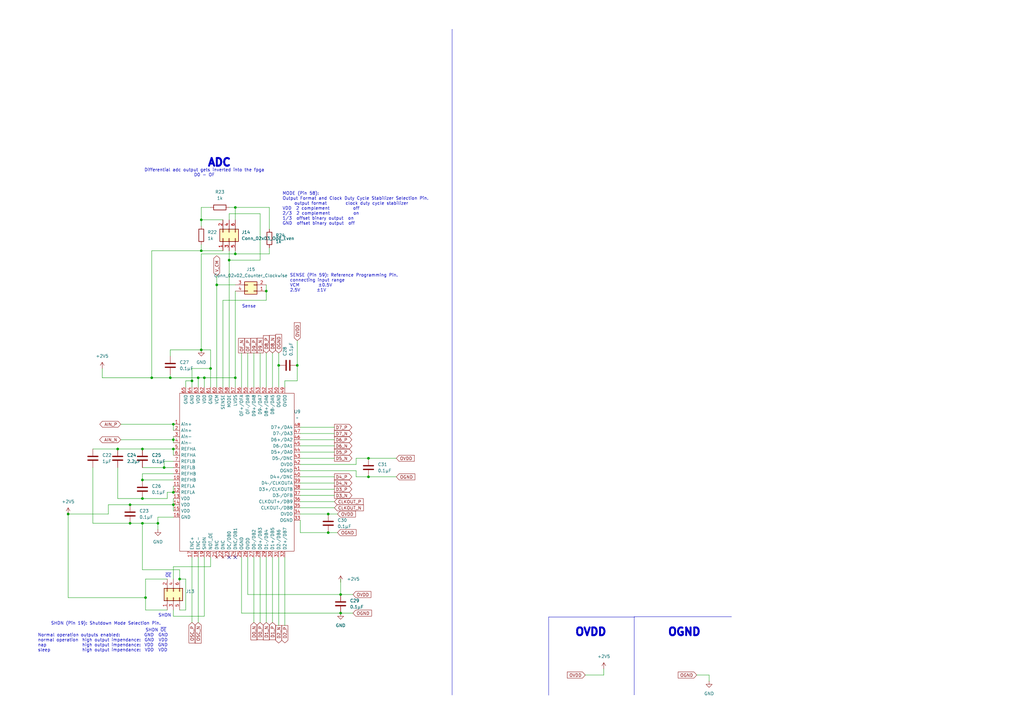
<source format=kicad_sch>
(kicad_sch (version 20250114) (generator "eeschema") (generator_version "9.0")
  (paper "A3")
  (lib_symbols
    (symbol "Connector_Generic:Conn_02x02_Counter_Clockwise" (pin_names (offset 1.016) (hide yes))
      (property "Reference" "J" (at 1.27 2.54 0))
      (property "Value" "Conn_02x02_Counter_Clockwise" (at 1.27 -5.08 0))
      (symbol "Conn_02x02_Counter_Clockwise_1_1"
        (rectangle (start -1.27 1.27) (end 3.81 -3.81) (stroke (width 0.254)) (fill (type background)))
        (rectangle (start -1.27 0.127) (end 0 -0.127) (stroke (width 0.1524)))
        (rectangle (start -1.27 -2.413) (end 0 -2.667) (stroke (width 0.1524)))
        (rectangle (start 3.81 0.127) (end 2.54 -0.127) (stroke (width 0.1524)))
        (rectangle (start 3.81 -2.413) (end 2.54 -2.667) (stroke (width 0.1524)))
        (pin passive line (at -5.08 0 0) (length 3.81) (name "Pin_1") (number "1"))
        (pin passive line (at -5.08 -2.54 0) (length 3.81) (name "Pin_2") (number "2"))
        (pin passive line (at 7.62 0 180) (length 3.81) (name "Pin_4") (number "4"))
        (pin passive line (at 7.62 -2.54 180) (length 3.81) (name "Pin_3") (number "3"))
      )
    )
    (symbol "Connector_Generic:Conn_02x03_Odd_Even" (pin_names (offset 1.016) (hide yes))
      (property "Reference" "J" (at 1.27 5.08 0))
      (property "Value" "Conn_02x03_Odd_Even" (at 1.27 -5.08 0))
      (symbol "Conn_02x03_Odd_Even_1_1"
        (rectangle (start -1.27 3.81) (end 3.81 -3.81) (stroke (width 0.254)) (fill (type background)))
        (rectangle (start -1.27 2.667) (end 0 2.413) (stroke (width 0.1524)))
        (rectangle (start -1.27 0.127) (end 0 -0.127) (stroke (width 0.1524)))
        (rectangle (start -1.27 -2.413) (end 0 -2.667) (stroke (width 0.1524)))
        (rectangle (start 3.81 2.667) (end 2.54 2.413) (stroke (width 0.1524)))
        (rectangle (start 3.81 0.127) (end 2.54 -0.127) (stroke (width 0.1524)))
        (rectangle (start 3.81 -2.413) (end 2.54 -2.667) (stroke (width 0.1524)))
        (pin passive line (at -5.08 2.54 0) (length 3.81) (name "Pin_1") (number "1"))
        (pin passive line (at -5.08 0 0) (length 3.81) (name "Pin_3") (number "3"))
        (pin passive line (at -5.08 -2.54 0) (length 3.81) (name "Pin_5") (number "5"))
        (pin passive line (at 7.62 2.54 180) (length 3.81) (name "Pin_2") (number "2"))
        (pin passive line (at 7.62 0 180) (length 3.81) (name "Pin_4") (number "4"))
        (pin passive line (at 7.62 -2.54 180) (length 3.81) (name "Pin_6") (number "6"))
      )
    )
    (symbol "Device:C" (pin_numbers (hide yes)) (pin_names (offset 0.254))
      (property "Reference" "C" (at 0.635 2.54 0))
      (property "Value" "C" (at 0.635 -2.54 0))
      (symbol "C_0_1"
        (polyline (pts (xy -2.032 0.762) (xy 2.032 0.762)) (stroke (width 0.508)))
        (polyline (pts (xy -2.032 -0.762) (xy 2.032 -0.762)) (stroke (width 0.508)))
      )
      (symbol "C_1_1"
        (pin passive line (at 0 3.81 270) (length 2.794) (name "~") (number "1"))
        (pin passive line (at 0 -3.81 90) (length 2.794) (name "~") (number "2"))
      )
    )
    (symbol "Device:R" (pin_numbers (hide yes)) (pin_names (offset 0))
      (property "Reference" "R" (at 2.032 0 90))
      (property "Value" "R" (at 0 0 90))
      (symbol "R_0_1"
        (rectangle (start -1.016 -2.54) (end 1.016 2.54) (stroke (width 0.254)))
      )
      (symbol "R_1_1"
        (pin passive line (at 0 3.81 270) (length 1.27) (name "~") (number "1"))
        (pin passive line (at 0 -3.81 90) (length 1.27) (name "~") (number "2"))
      )
    )
    (symbol "power:+2V5" (power) (pin_numbers (hide yes)) (pin_names (offset 0) (hide yes))
      (property "Value" "+2V5" (at 0 3.556 0))
      (symbol "+2V5_0_1"
        (polyline (pts (xy -0.762 1.27) (xy 0 2.54)))
        (polyline (pts (xy 0 2.54) (xy 0.762 1.27)))
        (polyline (pts (xy 0 0) (xy 0 2.54)))
      )
      (symbol "+2V5_1_1"
        (pin power_in line (at 0 0 90) (length 0) (name "~") (number "1"))
      )
    )
    (symbol "power:GND" (power) (pin_numbers (hide yes)) (pin_names (offset 0) (hide yes))
      (property "Value" "GND" (at 0 -3.81 0))
      (symbol "GND_0_1"
        (polyline (pts (xy 0 0) (xy 0 -1.27) (xy 1.27 -1.27) (xy 0 -2.54) (xy -1.27 -1.27) (xy 0 -1.27)))
      )
      (symbol "GND_1_1"
        (pin power_in line (at 0 0 270) (length 0) (name "~") (number "1"))
      )
    )
    (symbol "test:LTC2242-10"
      (property "Reference" "U" (at 16.256 -13.208 0))
      (symbol "LTC2242-10_0_1"
        (rectangle (start -7.62 19.05) (end 39.37 -45.72))
      )
      (symbol "LTC2242-10_1_1"
        (pin input line (at -10.16 6.35 0) (length 2.54) (name "Ain+") (number "1"))
        (pin input line (at -10.16 3.81 0) (length 2.54) (name "Ain+") (number "2"))
        (pin input line (at -10.16 1.27 0) (length 2.54) (name "Ain-") (number "3"))
        (pin input line (at -10.16 -1.27 0) (length 2.54) (name "Ain-") (number "4"))
        (pin input line (at -10.16 -3.81 0) (length 2.54) (name "REFHA") (number "5"))
        (pin input line (at -10.16 -6.35 0) (length 2.54) (name "REFHA") (number "6"))
        (pin input line (at -10.16 -8.89 0) (length 2.54) (name "REFLB") (number "7"))
        (pin input line (at -10.16 -11.43 0) (length 2.54) (name "REFLB") (number "8"))
        (pin input line (at -10.16 -13.97 0) (length 2.54) (name "REFHB") (number "9"))
        (pin input line (at -10.16 -16.51 0) (length 2.54) (name "REFHB") (number "10"))
        (pin input line (at -10.16 -19.05 0) (length 2.54) (name "REFLA") (number "11"))
        (pin input line (at -10.16 -21.59 0) (length 2.54) (name "REFLA") (number "12"))
        (pin input line (at -10.16 -24.13 0) (length 2.54) (name "VDD") (number "13"))
        (pin input line (at -10.16 -26.67 0) (length 2.54) (name "VDD") (number "14"))
        (pin input line (at -10.16 -29.21 0) (length 2.54) (name "VDD") (number "15"))
        (pin input line (at -10.16 -31.75 0) (length 2.54) (name "GND") (number "16"))
        (pin input line (at -5.08 21.59 270) (length 2.54) (name "GND") (number "65"))
        (pin input line (at -2.54 21.59 270) (length 2.54) (name "GND") (number "64"))
        (pin input line (at -2.54 -48.26 90) (length 2.54) (name "ENC+") (number "17"))
        (pin input line (at 0 21.59 270) (length 2.54) (name "VDD") (number "63"))
        (pin input line (at 0 -48.26 90) (length 2.54) (name "ENC-") (number "18"))
        (pin input line (at 2.54 21.59 270) (length 2.54) (name "VDD") (number "62"))
        (pin input line (at 2.54 -48.26 90) (length 2.54) (name "SHDN") (number "19"))
        (pin input line (at 5.08 21.59 270) (length 2.54) (name "GND") (number "61"))
        (pin input line (at 5.08 -48.26 90) (length 2.54) (name "NOT_OE") (number "20"))
        (pin input line (at 7.62 21.59 270) (length 2.54) (name "VCM") (number "60"))
        (pin no_connect line (at 7.62 -48.26 90) (length 2.54) (name "DNC") (number "21"))
        (pin input line (at 10.16 21.59 270) (length 2.54) (name "SENSE") (number "59"))
        (pin no_connect line (at 10.16 -48.26 90) (length 2.54) (name "DNC") (number "22"))
        (pin input line (at 12.7 21.59 270) (length 2.54) (name "MODE") (number "58"))
        (pin output line (at 12.7 -48.26 90) (length 2.54) (name "DC/DB0") (number "23"))
        (pin input line (at 15.24 21.59 270) (length 2.54) (name "LVDS") (number "57"))
        (pin output line (at 15.24 -48.26 90) (length 2.54) (name "DNC/DB1") (number "24"))
        (pin output line (at 17.78 21.59 270) (length 2.54) (name "OF+/OFA") (number "56"))
        (pin output line (at 17.78 -48.26 90) (length 2.54) (name "OGND") (number "25"))
        (pin output line (at 20.32 21.59 270) (length 2.54) (name "OF–/DA9") (number "55"))
        (pin output line (at 20.32 -48.26 90) (length 2.54) (name "OVDD") (number "26"))
        (pin output line (at 22.86 21.59 270) (length 2.54) (name "D9+/DA8") (number "54"))
        (pin output line (at 22.86 -48.26 90) (length 2.54) (name "D0–/DB2") (number "27"))
        (pin output line (at 25.4 21.59 270) (length 2.54) (name "D9–/DA7") (number "53"))
        (pin output line (at 25.4 -48.26 90) (length 2.54) (name "D0+/DB3") (number "28"))
        (pin output line (at 27.94 21.59 270) (length 2.54) (name "D8+/DA6") (number "52"))
        (pin output line (at 27.94 -48.26 90) (length 2.54) (name "D1–/DB4") (number "29"))
        (pin output line (at 30.48 21.59 270) (length 2.54) (name "D8–/DA5") (number "51"))
        (pin output line (at 30.48 -48.26 90) (length 2.54) (name "D1+/DB5") (number "30"))
        (pin output line (at 33.02 21.59 270) (length 2.54) (name "OGND") (number "50"))
        (pin output line (at 33.02 -48.26 90) (length 2.54) (name "D2–/DB6") (number "31"))
        (pin output line (at 35.56 21.59 270) (length 2.54) (name "OVDD") (number "49"))
        (pin output line (at 35.56 -48.26 90) (length 2.54) (name "D2+/DB7") (number "32"))
        (pin output line (at 41.91 5.08 180) (length 2.54) (name "D7+/DA4") (number "48"))
        (pin output line (at 41.91 2.54 180) (length 2.54) (name "D7–/DA3") (number "47"))
        (pin output line (at 41.91 0 180) (length 2.54) (name "D6+/DA2") (number "46"))
        (pin output line (at 41.91 -2.54 180) (length 2.54) (name "D6–/DA1") (number "45"))
        (pin output line (at 41.91 -5.08 180) (length 2.54) (name "D5+/DA0") (number "44"))
        (pin output line (at 41.91 -7.62 180) (length 2.54) (name "D5–/DNC") (number "43"))
        (pin output line (at 41.91 -10.16 180) (length 2.54) (name "OVDD") (number "42"))
        (pin output line (at 41.91 -12.7 180) (length 2.54) (name "OGND") (number "41"))
        (pin output line (at 41.91 -15.24 180) (length 2.54) (name "D4+/DNC") (number "40"))
        (pin output line (at 41.91 -17.78 180) (length 2.54) (name "D4–/CLKOUTA") (number "39"))
        (pin output line (at 41.91 -20.32 180) (length 2.54) (name "D3+/CLKOUTB") (number "38"))
        (pin output line (at 41.91 -22.86 180) (length 2.54) (name "D3–/OFB") (number "37"))
        (pin output line (at 41.91 -25.4 180) (length 2.54) (name "CLKOUT+/DB9") (number "36"))
        (pin output line (at 41.91 -27.94 180) (length 2.54) (name "CLKOUT–/DB8") (number "35"))
        (pin output line (at 41.91 -30.48 180) (length 2.54) (name "OVDD") (number "34"))
        (pin output line (at 41.91 -33.02 180) (length 2.54) (name "OGND") (number "33"))
      )
    )
  )
  (text "OGND" (at 280.67 259.334 0) (effects (font (size 3.175 3.175) (thickness 1.27) (bold yes))))
  (text "OVDD" (at 242.316 259.334 0) (effects (font (size 3.175 3.175) (thickness 1.27) (bold yes))))
  (text "ADC " (at 91.186 66.802 0) (effects (font (size 3.175 3.175) (thickness 1.27) (bold yes))))
  (text "MODE (Pin 58): \nOutput Format and Clock Duty Cycle Stabilizer Selection Pin. \n     output format        clock duty cycle stabilizer\nVDD  2 complement          off\n2/3  2 complement          on\n1/3  offset binary output  on\nGND  offset binary output  off\n" (at 115.824 85.598 0) (effects (font (size 1.27 1.27)) (justify left)))
  (text "SENSE (Pin 59): Reference Programming Pin.\nconnecting input range\nVCM        ±0.5V\n2.5V       ±1V" (at 118.872 116.078 0) (effects (font (size 1.27 1.27)) (justify left)))
  (text "~{OE}" (at 69.088 236.22 0) (effects (font (size 1.27 1.27))))
  (text "Sense" (at 102.108 125.73 0) (effects (font (size 1.27 1.27))))
  (text "outputs enabled:	\nhigh output impendance:\nhigh output impendance:\nhigh output impendance:\n" (at 45.72 263.652 0) (effects (font (size 1.27 1.27))))
  (text "SHDN" (at 67.564 252.476 0) (effects (font (size 1.27 1.27))))
  (text "Differential adc output gets inverted into the fpga\nD0 - OF" (at 83.82 70.866 0) (effects (font (size 1.27 1.27))))
  (text "SHDN ~{OE}\nGND  GND\nGND  VDD\nVDD  GND\nVDD  VDD" (at 64.008 262.636 0) (effects (font (size 1.27 1.27))))
  (text "Normal operation \nnormal operation \nnap              \nsleep		 \n" (at 15.494 263.652 0) (effects (font (size 1.27 1.27)) (justify left)))
  (text "SHDN (Pin 19): Shutdown Mode Selection Pin." (at 43.434 255.778 0) (effects (font (size 1.27 1.27))))
  (junction (at 71.12 201.93))
  (junction (at 58.42 184.15))
  (junction (at 71.12 184.15))
  (junction (at 73.66 237.49))
  (junction (at 96.52 85.09))
  (junction (at 64.77 214.63))
  (junction (at 114.3 149.86))
  (junction (at 71.12 180.34))
  (junction (at 58.42 204.47))
  (junction (at 53.34 214.63))
  (junction (at 151.13 195.58))
  (junction (at 78.74 156.21))
  (junction (at 71.12 207.01))
  (junction (at 62.23 154.94))
  (junction (at 27.94 210.82))
  (junction (at 58.42 214.63))
  (junction (at 134.62 218.44))
  (junction (at 69.85 154.94))
  (junction (at 109.22 119.38))
  (junction (at 134.62 210.82))
  (junction (at 53.34 207.01))
  (junction (at 83.82 154.94))
  (junction (at 82.55 143.51))
  (junction (at 82.55 90.17))
  (junction (at 58.42 196.85))
  (junction (at 48.26 184.15))
  (junction (at 86.36 151.13))
  (junction (at 121.92 149.86))
  (junction (at 59.69 245.11))
  (junction (at 139.7 243.84))
  (junction (at 151.13 187.96))
  (junction (at 93.98 106.68))
  (junction (at 139.7 251.46))
  (junction (at 81.28 154.94))
  (junction (at 96.52 154.94))
  (junction (at 88.9 116.84))
  (junction (at 71.12 173.99))
  (junction (at 67.31 191.77))
  (junction (at 96.52 104.14))
  (junction (at 82.55 102.87))
  (no_connect (at 96.52 228.6))
  (no_connect (at 93.98 228.6))
  (wire (pts (xy 106.68 87.63) (xy 106.68 106.68)))
  (wire (pts (xy 96.52 104.14) (xy 110.49 104.14)))
  (wire (pts (xy 71.12 207.01) (xy 71.12 209.55)))
  (wire (pts (xy 48.26 204.47) (xy 48.26 191.77)))
  (wire (pts (xy 76.2 156.21) (xy 78.74 156.21)))
  (wire (pts (xy 64.77 214.63) (xy 64.77 217.17)))
  (wire (pts (xy 123.19 187.96) (xy 137.16 187.96)))
  (wire (pts (xy 86.36 151.13) (xy 86.36 158.75)))
  (wire (pts (xy 82.55 90.17) (xy 82.55 85.09)))
  (wire (pts (xy 151.13 187.96) (xy 162.56 187.96)))
  (wire (pts (xy 93.98 106.68) (xy 93.98 158.75)))
  (wire (pts (xy 96.52 85.09) (xy 110.49 85.09)))
  (polyline (pts (xy 260.0718 284.9773) (xy 260.0945 284.9773)))
  (wire (pts (xy 53.34 214.63) (xy 38.1 214.63)))
  (wire (pts (xy 123.19 177.8) (xy 137.16 177.8)))
  (wire (pts (xy 73.66 250.19) (xy 76.2 250.19)))
  (wire (pts (xy 82.55 90.17) (xy 91.44 90.17)))
  (wire (pts (xy 240.03 276.86) (xy 247.65 276.86)))
  (wire (pts (xy 76.2 250.19) (xy 76.2 237.49)))
  (wire (pts (xy 109.22 116.84) (xy 109.22 119.38)))
  (wire (pts (xy 91.44 158.75) (xy 91.44 123.19)))
  (wire (pts (xy 88.9 116.84) (xy 96.52 116.84)))
  (wire (pts (xy 99.06 251.46) (xy 139.7 251.46)))
  (wire (pts (xy 71.12 199.39) (xy 71.12 201.93)))
  (wire (pts (xy 83.82 154.94) (xy 96.52 154.94)))
  (wire (pts (xy 123.19 198.12) (xy 137.16 198.12)))
  (wire (pts (xy 101.6 243.84) (xy 139.7 243.84)))
  (wire (pts (xy 101.6 144.78) (xy 101.6 158.75)))
  (wire (pts (xy 82.55 100.33) (xy 82.55 102.87)))
  (wire (pts (xy 109.22 228.6) (xy 109.22 255.27)))
  (wire (pts (xy 88.9 116.84) (xy 88.9 158.75)))
  (wire (pts (xy 123.19 175.26) (xy 137.16 175.26)))
  (wire (pts (xy 123.19 200.66) (xy 137.16 200.66)))
  (wire (pts (xy 116.84 156.21) (xy 116.84 158.75)))
  (wire (pts (xy 290.83 279.4) (xy 290.83 276.86)))
  (wire (pts (xy 71.12 186.69) (xy 71.12 184.15)))
  (wire (pts (xy 78.74 158.75) (xy 78.74 156.21)))
  (wire (pts (xy 96.52 85.09) (xy 96.52 90.17)))
  (wire (pts (xy 41.91 151.13) (xy 41.91 154.94)))
  (wire (pts (xy 44.45 207.01) (xy 44.45 210.82)))
  (wire (pts (xy 121.92 139.7) (xy 121.92 149.86)))
  (wire (pts (xy 123.19 185.42) (xy 137.16 185.42)))
  (wire (pts (xy 139.7 251.46) (xy 144.78 251.46)))
  (wire (pts (xy 59.69 250.19) (xy 59.69 245.11)))
  (wire (pts (xy 91.44 123.19) (xy 109.22 123.19)))
  (wire (pts (xy 82.55 143.51) (xy 86.36 143.51)))
  (wire (pts (xy 83.82 228.6) (xy 83.82 252.73)))
  (wire (pts (xy 44.45 207.01) (xy 53.34 207.01)))
  (wire (pts (xy 68.58 237.49) (xy 59.69 237.49)))
  (wire (pts (xy 86.36 232.41) (xy 86.36 228.6)))
  (wire (pts (xy 71.12 232.41) (xy 86.36 232.41)))
  (wire (pts (xy 93.98 87.63) (xy 106.68 87.63)))
  (wire (pts (xy 71.12 189.23) (xy 67.31 189.23)))
  (wire (pts (xy 93.98 85.09) (xy 96.52 85.09)))
  (wire (pts (xy 68.58 250.19) (xy 59.69 250.19)))
  (wire (pts (xy 134.62 218.44) (xy 138.43 218.44)))
  (wire (pts (xy 104.14 144.78) (xy 104.14 158.75)))
  (wire (pts (xy 27.94 210.82) (xy 44.45 210.82)))
  (wire (pts (xy 123.19 208.28) (xy 137.16 208.28)))
  (wire (pts (xy 71.12 194.31) (xy 58.42 194.31)))
  (wire (pts (xy 110.49 104.14) (xy 110.49 101.6)))
  (wire (pts (xy 69.85 146.05) (xy 69.85 143.51)))
  (wire (pts (xy 146.05 193.04) (xy 146.05 195.58)))
  (wire (pts (xy 68.58 201.93) (xy 68.58 204.47)))
  (wire (pts (xy 99.06 228.6) (xy 99.06 251.46)))
  (polyline (pts (xy 300.0389 252.9691) (xy 260.0945 252.9691)))
  (wire (pts (xy 64.77 212.09) (xy 64.77 214.63)))
  (wire (pts (xy 123.19 195.58) (xy 137.16 195.58)))
  (wire (pts (xy 83.82 154.94) (xy 81.28 154.94)))
  (wire (pts (xy 114.3 144.78) (xy 114.3 149.86)))
  (polyline (pts (xy 260.2805 253.0723) (xy 225.0111 253.0723)))
  (wire (pts (xy 82.55 102.87) (xy 62.23 102.87)))
  (wire (pts (xy 58.42 184.15) (xy 71.12 184.15)))
  (wire (pts (xy 58.42 214.63) (xy 58.42 233.68)))
  (wire (pts (xy 82.55 92.71) (xy 82.55 90.17)))
  (wire (pts (xy 81.28 158.75) (xy 81.28 154.94)))
  (wire (pts (xy 109.22 123.19) (xy 109.22 119.38)))
  (wire (pts (xy 62.23 102.87) (xy 62.23 154.94)))
  (wire (pts (xy 116.84 228.6) (xy 116.84 256.54)))
  (wire (pts (xy 38.1 214.63) (xy 38.1 191.77)))
  (wire (pts (xy 144.78 243.84) (xy 139.7 243.84)))
  (wire (pts (xy 69.85 143.51) (xy 82.55 143.51)))
  (wire (pts (xy 27.94 210.82) (xy 27.94 245.11)))
  (wire (pts (xy 58.42 191.77) (xy 67.31 191.77)))
  (wire (pts (xy 78.74 228.6) (xy 78.74 255.27)))
  (wire (pts (xy 83.82 252.73) (xy 71.12 252.73)))
  (wire (pts (xy 49.53 173.99) (xy 71.12 173.99)))
  (wire (pts (xy 38.1 184.15) (xy 48.26 184.15)))
  (wire (pts (xy 123.19 182.88) (xy 137.16 182.88)))
  (polyline (pts (xy 225.0111 253.0723) (xy 225.0111 285.1405)))
  (wire (pts (xy 67.31 189.23) (xy 67.31 191.77)))
  (wire (pts (xy 146.05 190.5) (xy 146.05 187.96)))
  (wire (pts (xy 81.28 228.6) (xy 81.28 255.27)))
  (wire (pts (xy 71.12 179.07) (xy 71.12 180.34)))
  (wire (pts (xy 71.12 180.34) (xy 71.12 181.61)))
  (wire (pts (xy 73.66 237.49) (xy 73.66 233.68)))
  (wire (pts (xy 49.53 180.34) (xy 71.12 180.34)))
  (wire (pts (xy 91.44 102.87) (xy 82.55 102.87)))
  (wire (pts (xy 146.05 195.58) (xy 151.13 195.58)))
  (wire (pts (xy 64.77 214.63) (xy 58.42 214.63)))
  (wire (pts (xy 110.49 85.09) (xy 110.49 93.98)))
  (wire (pts (xy 76.2 237.49) (xy 73.66 237.49)))
  (wire (pts (xy 71.12 204.47) (xy 71.12 207.01)))
  (wire (pts (xy 59.69 245.11) (xy 27.94 245.11)))
  (wire (pts (xy 78.74 156.21) (xy 78.74 151.13)))
  (wire (pts (xy 71.12 212.09) (xy 64.77 212.09)))
  (wire (pts (xy 290.83 276.86) (xy 285.75 276.86)))
  (wire (pts (xy 106.68 106.68) (xy 93.98 106.68)))
  (wire (pts (xy 146.05 187.96) (xy 151.13 187.96)))
  (polyline (pts (xy 185.42 12.0859) (xy 185.42 285.0567)))
  (wire (pts (xy 81.28 154.94) (xy 69.85 154.94)))
  (wire (pts (xy 71.12 207.01) (xy 53.34 207.01)))
  (wire (pts (xy 96.52 102.87) (xy 96.52 104.14)))
  (wire (pts (xy 93.98 90.17) (xy 93.98 87.63)))
  (polyline (pts (xy 260.0945 252.9691) (xy 260.0945 284.9773)))
  (wire (pts (xy 73.66 233.68) (xy 58.42 233.68)))
  (wire (pts (xy 58.42 196.85) (xy 71.12 196.85)))
  (wire (pts (xy 139.7 237.49) (xy 139.7 243.84)))
  (wire (pts (xy 76.2 158.75) (xy 76.2 156.21)))
  (wire (pts (xy 101.6 243.84) (xy 101.6 228.6)))
  (wire (pts (xy 86.36 143.51) (xy 86.36 151.13)))
  (wire (pts (xy 123.19 203.2) (xy 137.16 203.2)))
  (wire (pts (xy 82.55 85.09) (xy 86.36 85.09)))
  (wire (pts (xy 69.85 153.67) (xy 69.85 154.94)))
  (wire (pts (xy 71.12 252.73) (xy 71.12 250.19)))
  (wire (pts (xy 109.22 144.78) (xy 109.22 158.75)))
  (wire (pts (xy 68.58 204.47) (xy 58.42 204.47)))
  (wire (pts (xy 104.14 228.6) (xy 104.14 255.27)))
  (wire (pts (xy 247.65 274.32) (xy 247.65 276.86)))
  (wire (pts (xy 96.52 154.94) (xy 96.52 158.75)))
  (wire (pts (xy 48.26 184.15) (xy 58.42 184.15)))
  (wire (pts (xy 99.06 144.78) (xy 99.06 158.75)))
  (wire (pts (xy 123.19 180.34) (xy 137.16 180.34)))
  (wire (pts (xy 59.69 237.49) (xy 59.69 245.11)))
  (wire (pts (xy 67.31 191.77) (xy 71.12 191.77)))
  (wire (pts (xy 71.12 237.49) (xy 71.12 232.41)))
  (wire (pts (xy 134.62 210.82) (xy 138.43 210.82)))
  (wire (pts (xy 83.82 158.75) (xy 83.82 154.94)))
  (wire (pts (xy 106.68 144.78) (xy 106.68 158.75)))
  (wire (pts (xy 69.85 154.94) (xy 62.23 154.94)))
  (wire (pts (xy 121.92 149.86) (xy 121.92 156.21)))
  (wire (pts (xy 71.12 173.99) (xy 71.12 176.53)))
  (wire (pts (xy 114.3 149.86) (xy 114.3 158.75)))
  (wire (pts (xy 114.3 228.6) (xy 114.3 256.54)))
  (wire (pts (xy 58.42 214.63) (xy 53.34 214.63)))
  (wire (pts (xy 58.42 204.47) (xy 48.26 204.47)))
  (wire (pts (xy 58.42 194.31) (xy 58.42 196.85)))
  (wire (pts (xy 111.76 144.78) (xy 111.76 158.75)))
  (wire (pts (xy 121.92 156.21) (xy 116.84 156.21)))
  (wire (pts (xy 71.12 201.93) (xy 68.58 201.93)))
  (wire (pts (xy 123.19 205.74) (xy 137.16 205.74)))
  (wire (pts (xy 96.52 119.38) (xy 96.52 154.94)))
  (wire (pts (xy 88.9 113.03) (xy 88.9 116.84)))
  (wire (pts (xy 82.55 104.14) (xy 82.55 143.51)))
  (wire (pts (xy 123.19 218.44) (xy 134.62 218.44)))
  (wire (pts (xy 41.91 154.94) (xy 62.23 154.94)))
  (wire (pts (xy 78.74 151.13) (xy 86.36 151.13)))
  (polyline (pts (xy 185.42 12.0859) (xy 185.4992 12.0859)))
  (wire (pts (xy 151.13 195.58) (xy 162.56 195.58)))
  (wire (pts (xy 123.19 190.5) (xy 146.05 190.5)))
  (wire (pts (xy 111.76 228.6) (xy 111.76 255.27)))
  (wire (pts (xy 123.19 193.04) (xy 146.05 193.04)))
  (wire (pts (xy 123.19 213.36) (xy 123.19 218.44)))
  (wire (pts (xy 93.98 102.87) (xy 93.98 106.68)))
  (wire (pts (xy 123.19 210.82) (xy 134.62 210.82)))
  (wire (pts (xy 106.68 228.6) (xy 106.68 255.27)))
  (wire (pts (xy 96.52 104.14) (xy 82.55 104.14)))
  (global_label "D5_N" (shape output) (at 137.16 187.96 0) (property "Intersheetrefs" "${INTERSHEET_REFS}" (effects (hide yes))))
  (global_label "D3_P" (shape output) (at 137.16 200.66 0) (property "Intersheetrefs" "${INTERSHEET_REFS}" (effects (hide yes))))
  (global_label "D4_P" (shape output) (at 137.16 195.58 0) (property "Intersheetrefs" "${INTERSHEET_REFS}" (effects (hide yes))))
  (global_label "D0_P" (shape input) (at 106.68 255.27 270) (property "Intersheetrefs" "${INTERSHEET_REFS}" (effects (hide yes))))
  (global_label "CLKOUT_N" (shape input) (at 137.16 208.28 0) (property "Intersheetrefs" "${INTERSHEET_REFS}" (effects (hide yes))))
  (global_label "D6_P" (shape output) (at 137.16 180.34 0) (property "Intersheetrefs" "${INTERSHEET_REFS}" (effects (hide yes))))
  (global_label "D6_N" (shape output) (at 137.16 182.88 0) (property "Intersheetrefs" "${INTERSHEET_REFS}" (effects (hide yes))))
  (global_label "D7_N" (shape output) (at 137.16 177.8 0) (property "Intersheetrefs" "${INTERSHEET_REFS}" (effects (hide yes))))
  (global_label "AIN_P" (shape bidirectional) (at 49.53 173.99 180) (effects (font (size 1.2446 1.2446))) (property "Intersheetrefs" "${INTERSHEET_REFS}" (effects (hide yes))))
  (global_label "OVDD" (shape input) (at 121.92 139.7 90) (property "Intersheetrefs" "${INTERSHEET_REFS}" (effects (hide yes))))
  (global_label "AIN_N" (shape bidirectional) (at 49.53 180.34 180) (effects (font (size 1.2446 1.2446))) (property "Intersheetrefs" "${INTERSHEET_REFS}" (effects (hide yes))))
  (global_label "OF_P" (shape passive) (at 101.6 144.78 90) (property "Intersheetrefs" "${INTERSHEET_REFS}" (effects (hide yes))))
  (global_label "D1_P" (shape input) (at 111.76 255.27 270) (property "Intersheetrefs" "${INTERSHEET_REFS}" (effects (hide yes))))
  (global_label "D2_P" (shape output) (at 116.84 256.54 270) (property "Intersheetrefs" "${INTERSHEET_REFS}" (effects (hide yes))))
  (global_label "D4_N" (shape output) (at 137.16 198.12 0) (property "Intersheetrefs" "${INTERSHEET_REFS}" (effects (hide yes))))
  (global_label "CLKOUT_P" (shape input) (at 137.16 205.74 0) (property "Intersheetrefs" "${INTERSHEET_REFS}" (effects (hide yes))))
  (global_label "D9_N" (shape passive) (at 106.68 144.78 90) (property "Intersheetrefs" "${INTERSHEET_REFS}" (effects (hide yes))))
  (global_label "OF_N" (shape passive) (at 99.06 144.78 90) (property "Intersheetrefs" "${INTERSHEET_REFS}" (effects (hide yes))))
  (global_label "D3_N" (shape output) (at 137.16 203.2 0) (property "Intersheetrefs" "${INTERSHEET_REFS}" (effects (hide yes))))
  (global_label "D2_N" (shape output) (at 114.3 256.54 270) (property "Intersheetrefs" "${INTERSHEET_REFS}" (effects (hide yes))))
  (global_label "OGND" (shape input) (at 162.56 195.58 0) (property "Intersheetrefs" "${INTERSHEET_REFS}" (effects (hide yes))))
  (global_label "D7_P" (shape output) (at 137.16 175.26 0) (property "Intersheetrefs" "${INTERSHEET_REFS}" (effects (hide yes))))
  (global_label "D5_P" (shape output) (at 137.16 185.42 0) (property "Intersheetrefs" "${INTERSHEET_REFS}" (effects (hide yes))))
  (global_label "D1_N" (shape input) (at 109.22 255.27 270) (property "Intersheetrefs" "${INTERSHEET_REFS}" (effects (hide yes))))
  (global_label "OGND" (shape input) (at 285.75 276.86 180) (property "Intersheetrefs" "${INTERSHEET_REFS}" (effects (hide yes))))
  (global_label "OSC_N" (shape input) (at 81.28 255.27 270) (property "Intersheetrefs" "${INTERSHEET_REFS}" (effects (hide yes))))
  (global_label "D9_P" (shape passive) (at 104.14 144.78 90) (property "Intersheetrefs" "${INTERSHEET_REFS}" (effects (hide yes))))
  (global_label "OVDD" (shape input) (at 162.56 187.96 0) (property "Intersheetrefs" "${INTERSHEET_REFS}" (effects (hide yes))))
  (global_label "OGND" (shape input) (at 138.43 218.44 0) (property "Intersheetrefs" "${INTERSHEET_REFS}" (effects (hide yes))))
  (global_label "OGND" (shape input) (at 114.3 144.78 90) (property "Intersheetrefs" "${INTERSHEET_REFS}" (effects (hide yes))))
  (global_label "D0_N" (shape input) (at 104.14 255.27 270) (property "Intersheetrefs" "${INTERSHEET_REFS}" (effects (hide yes))))
  (global_label "OVDD" (shape input) (at 138.43 210.82 0) (property "Intersheetrefs" "${INTERSHEET_REFS}" (effects (hide yes))))
  (global_label "OSC_P" (shape input) (at 78.74 255.27 270) (property "Intersheetrefs" "${INTERSHEET_REFS}" (effects (hide yes))))
  (global_label "OGND" (shape input) (at 144.78 251.46 0) (property "Intersheetrefs" "${INTERSHEET_REFS}" (effects (hide yes))))
  (global_label "V_CM" (shape bidirectional) (at 88.9 113.03 90) (effects (font (size 1.2446 1.2446))) (property "Intersheetrefs" "${INTERSHEET_REFS}" (effects (hide yes))))
  (global_label "OVDD" (shape input) (at 240.03 276.86 180) (property "Intersheetrefs" "${INTERSHEET_REFS}" (effects (hide yes))))
  (global_label "D8_N" (shape input) (at 111.76 144.78 90) (property "Intersheetrefs" "${INTERSHEET_REFS}" (effects (hide yes))))
  (global_label "D8_P" (shape input) (at 109.22 144.78 90) (property "Intersheetrefs" "${INTERSHEET_REFS}" (effects (hide yes))))
  (global_label "OVDD" (shape input) (at 144.78 243.84 0) (property "Intersheetrefs" "${INTERSHEET_REFS}" (effects (hide yes))))
  (symbol (lib_id "power:+2V5") (at 41.91 151.13 0) (unit 1)
    (property "Reference" "#PWR0104" (effects (hide yes)))
    (property "Value" "+2V5" (at 41.91 146.05 0))
    (property "Description" "Power symbol creates a global label with name \"+2V5\"" (effects (hide yes)))
  )
  (symbol (lib_id "Device:R") (at 90.17 85.09 90) (unit 1)
    (property "Reference" "R23" (at 90.17 78.74 90))
    (property "Value" "1k" (at 90.17 81.28 90))
    (property "Footprint" "Resistor_SMD:R_0603_1608Metric" (effects (hide yes)))
    (property "Description" "Resistor" (effects (hide yes)))
  )
  (symbol (lib_id "power:GND") (at 64.77 217.17 0) (unit 1)
    (property "Reference" "#PWR0105" (effects (hide yes)))
    (property "Value" "GND" (at 64.77 222.25 0))
    (property "Description" "Power symbol creates a global label with name \"GND\" , ground" (effects (hide yes)))
  )
  (symbol (lib_id "Device:C") (at 48.26 187.96 0) (unit 1)
    (property "Reference" "C24" (at 52.07 186.6899 0) (effects (justify left)))
    (property "Value" "2.2μF" (at 52.07 189.2299 0) (effects (justify left)))
    (property "Footprint" "Capacitor_SMD:C_0603_1608Metric" (effects (hide yes)))
    (property "Description" "Unpolarized capacitor" (effects (hide yes)))
  )
  (symbol (lib_id "power:+2V5") (at 27.94 210.82 0) (unit 1)
    (property "Reference" "#PWR0103" (effects (hide yes)))
    (property "Value" "+2V5" (at 27.94 205.74 0))
    (property "Description" "Power symbol creates a global label with name \"+2V5\"" (effects (hide yes)))
  )
  (symbol (lib_id "test:LTC2242-10") (at 81.28 180.34 0) (unit 1)
    (property "Reference" "U9" (at 121.92 168.8398 0))
    (property "Value" "~" (at 121.92 171.3798 0))
    (property "Footprint" "Package_DFN_QFN:QFN-64-1EP_9x9mm_P0.5mm_EP7.15x7.15mm" (effects (hide yes)))
  )
  (symbol (lib_id "Device:C") (at 118.11 149.86 90) (unit 1)
    (property "Reference" "C28" (at 116.8399 146.05 0) (effects (justify left)))
    (property "Value" "0.1μF" (at 119.3799 146.05 0) (effects (justify left)))
    (property "Footprint" "Capacitor_SMD:C_0603_1608Metric" (effects (hide yes)))
    (property "Description" "Unpolarized capacitor" (effects (hide yes)))
  )
  (symbol (lib_id "Connector_Generic:Conn_02x02_Counter_Clockwise") (at 104.14 119.38 180) (unit 1)
    (property "Reference" "J15" (at 102.87 110.49 0))
    (property "Value" "Conn_02x02_Counter_Clockwise" (at 102.87 113.03 0))
    (property "Footprint" "Connector_PinHeader_2.54mm:PinHeader_2x02_P2.54mm_Vertical_SMD" (effects (hide yes)))
    (property "Description" "Generic connector, double row, 02x02, counter clockwise pin numbering scheme (similar to DIP package numbering), script generated (kicad-library-utils/schlib/autogen/connector/)" (effects (hide yes)))
  )
  (symbol (lib_id "Connector_Generic:Conn_02x03_Odd_Even") (at 71.12 245.11 90) (unit 1)
    (property "Reference" "J13" (at 76.2 242.5699 90) (effects (justify right)))
    (property "Value" "Conn_02x03_Odd_Even" (effects (hide yes)))
    (property "Footprint" "Connector_PinHeader_2.54mm:PinHeader_2x03_P2.54mm_Vertical_SMD" (effects (hide yes)))
    (property "Description" "Generic connector, double row, 02x03, odd/even pin numbering scheme (row 1 odd numbers, row 2 even numbers), script generated (kicad-library-utils/schlib/autogen/connector/)" (effects (hide yes)))
  )
  (symbol (lib_id "Device:C") (at 151.13 191.77 0) (unit 1)
    (property "Reference" "C31" (at 154.94 190.4999 0) (effects (justify left)))
    (property "Value" "0.1μF" (at 154.94 193.0399 0) (effects (justify left)))
    (property "Footprint" "Capacitor_SMD:C_0603_1608Metric" (effects (hide yes)))
    (property "Description" "Unpolarized capacitor" (effects (hide yes)))
  )
  (symbol (lib_id "Device:C") (at 69.85 149.86 0) (unit 1)
    (property "Reference" "C27" (at 73.66 148.5899 0) (effects (justify left)))
    (property "Value" "0.1μF" (at 73.66 151.1299 0) (effects (justify left)))
    (property "Footprint" "Capacitor_SMD:C_0603_1608Metric" (effects (hide yes)))
    (property "Description" "Unpolarized capacitor" (effects (hide yes)))
  )
  (symbol (lib_id "Device:C") (at 58.42 200.66 0) (unit 1)
    (property "Reference" "C26" (at 62.23 199.3899 0) (effects (justify left)))
    (property "Value" "0.1μF" (at 62.23 201.9299 0) (effects (justify left)))
    (property "Footprint" "Capacitor_SMD:C_0603_1608Metric" (effects (hide yes)))
    (property "Description" "Unpolarized capacitor" (effects (hide yes)))
  )
  (symbol (lib_id "power:+2V5") (at 139.7 238.76 0) (unit 1)
    (property "Reference" "#PWR0107" (effects (hide yes)))
    (property "Value" "+2V5" (at 142.24 237.4899 0) (effects (justify left)))
    (property "Description" "Power symbol creates a global label with name \"+2V5\"" (effects (hide yes)))
  )
  (symbol (lib_id "power:+2V5") (at 247.65 274.32 0) (unit 1)
    (property "Reference" "#PWR0108" (effects (hide yes)))
    (property "Value" "+2V5" (at 247.65 269.24 0))
    (property "Description" "Power symbol creates a global label with name \"+2V5\"" (effects (hide yes)))
  )
  (symbol (lib_id "Device:R") (at 110.49 97.79 180) (unit 1)
    (property "Reference" "R24" (at 113.03 96.5199 0) (effects (justify right)))
    (property "Value" "1k" (at 113.03 99.0599 0) (effects (justify right)))
    (property "Footprint" "Resistor_SMD:R_0603_1608Metric" (effects (hide yes)))
    (property "Description" "Resistor" (effects (hide yes)))
  )
  (symbol (lib_id "power:GND") (at 82.55 143.51 0) (unit 1)
    (property "Reference" "#PWR0106" (effects (hide yes)))
    (property "Value" "GND" (at 82.55 148.59 0))
    (property "Description" "Power symbol creates a global label with name \"GND\" , ground" (effects (hide yes)))
  )
  (symbol (lib_id "Device:C") (at 139.7 247.65 180) (unit 1)
    (property "Reference" "C29" (at 143.51 246.3799 0) (effects (justify right)))
    (property "Value" "0.1μF" (at 143.51 248.9199 0) (effects (justify right)))
    (property "Footprint" "Capacitor_SMD:C_0603_1608Metric" (effects (hide yes)))
    (property "Description" "Unpolarized capacitor" (effects (hide yes)))
  )
  (symbol (lib_id "Device:C") (at 38.1 187.96 0) (unit 1)
    (property "Reference" "C22" (at 41.91 186.6899 0) (effects (justify left)))
    (property "Value" "1μF" (at 41.91 189.2299 0) (effects (justify left)))
    (property "Footprint" "Capacitor_SMD:C_0603_1608Metric" (effects (hide yes)))
    (property "Description" "Unpolarized capacitor" (effects (hide yes)))
  )
  (symbol (lib_id "Device:R") (at 82.55 96.52 0) (unit 1)
    (property "Reference" "R22" (at 85.09 95.2499 0) (effects (justify left)))
    (property "Value" "1k" (at 85.09 97.7899 0) (effects (justify left)))
    (property "Footprint" "Resistor_SMD:R_0603_1608Metric" (effects (hide yes)))
    (property "Description" "Resistor" (effects (hide yes)))
  )
  (symbol (lib_id "Device:C") (at 134.62 214.63 0) (unit 1)
    (property "Reference" "C30" (at 138.43 213.3599 0) (effects (justify left)))
    (property "Value" "0.1μF" (at 138.43 215.8999 0) (effects (justify left)))
    (property "Footprint" "Capacitor_SMD:C_0603_1608Metric" (effects (hide yes)))
    (property "Description" "Unpolarized capacitor" (effects (hide yes)))
  )
  (symbol (lib_id "Device:C") (at 58.42 187.96 0) (unit 1)
    (property "Reference" "C25" (at 62.23 186.6899 0) (effects (justify left)))
    (property "Value" "0.1μF" (at 62.23 189.2299 0) (effects (justify left)))
    (property "Footprint" "Capacitor_SMD:C_0603_1608Metric" (effects (hide yes)))
    (property "Description" "Unpolarized capacitor" (effects (hide yes)))
  )
  (symbol (lib_id "Connector_Generic:Conn_02x03_Odd_Even") (at 93.98 97.79 90) (unit 1)
    (property "Reference" "J14" (at 99.06 95.2499 90) (effects (justify right)))
    (property "Value" "Conn_02x03_Odd_Even" (at 99.06 97.7899 90) (effects (justify right)))
    (property "Footprint" "Connector_PinHeader_2.54mm:PinHeader_2x03_P2.54mm_Vertical_SMD" (effects (hide yes)))
    (property "Description" "Generic connector, double row, 02x03, odd/even pin numbering scheme (row 1 odd numbers, row 2 even numbers), script generated (kicad-library-utils/schlib/autogen/connector/)" (effects (hide yes)))
  )
  (symbol (lib_id "power:GND") (at 290.83 279.4 0) (unit 1)
    (property "Reference" "#PWR025" (effects (hide yes)))
    (property "Value" "GND" (at 290.83 284.48 0))
    (property "Description" "Power symbol creates a global label with name \"GND\" , ground" (effects (hide yes)))
  )
  (symbol (lib_id "Device:C") (at 53.34 210.82 0) (unit 1)
    (property "Reference" "C23" (at 57.15 209.5499 0) (effects (justify left)))
    (property "Value" "0.1μF" (at 57.15 212.0899 0) (effects (justify left)))
    (property "Footprint" "Capacitor_SMD:C_0603_1608Metric" (effects (hide yes)))
    (property "Description" "Unpolarized capacitor" (effects (hide yes)))
  )
  (symbol (lib_id "power:GND") (at 139.7 251.46 0) (unit 1)
    (property "Reference" "#PWR016" (effects (hide yes)))
    (property "Value" "GND" (at 139.7 256.54 0))
    (property "Description" "Power symbol creates a global label with name \"GND\" , ground" (effects (hide yes)))
  )
)
</source>
